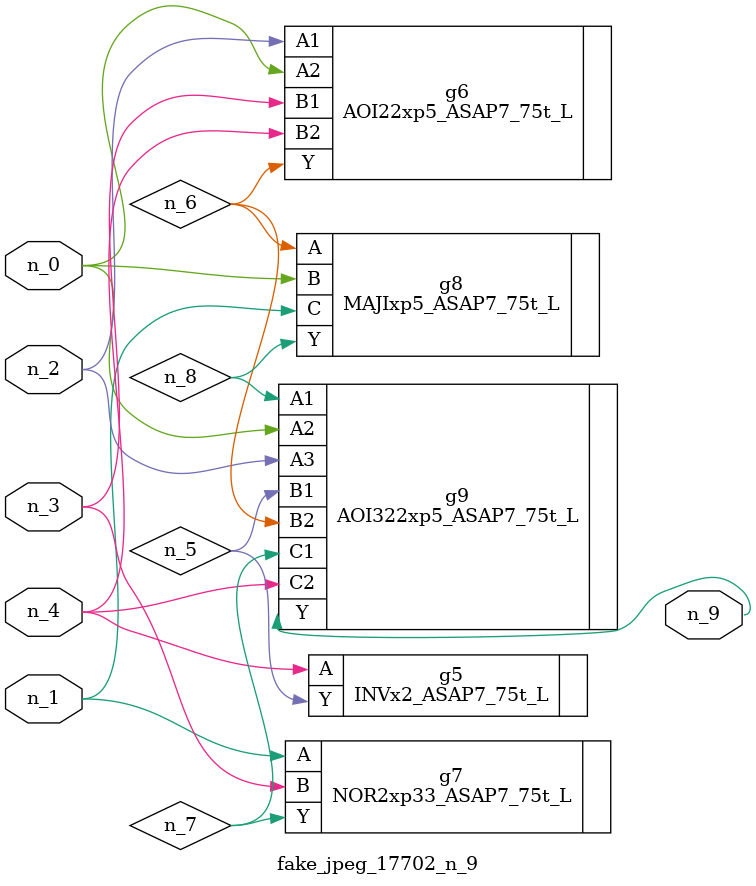
<source format=v>
module fake_jpeg_17702_n_9 (n_3, n_2, n_1, n_0, n_4, n_9);

input n_3;
input n_2;
input n_1;
input n_0;
input n_4;

output n_9;

wire n_8;
wire n_6;
wire n_5;
wire n_7;

INVx2_ASAP7_75t_L g5 ( 
.A(n_4),
.Y(n_5)
);

AOI22xp5_ASAP7_75t_L g6 ( 
.A1(n_2),
.A2(n_0),
.B1(n_3),
.B2(n_4),
.Y(n_6)
);

NOR2xp33_ASAP7_75t_L g7 ( 
.A(n_1),
.B(n_3),
.Y(n_7)
);

MAJIxp5_ASAP7_75t_L g8 ( 
.A(n_6),
.B(n_0),
.C(n_1),
.Y(n_8)
);

AOI322xp5_ASAP7_75t_L g9 ( 
.A1(n_8),
.A2(n_0),
.A3(n_2),
.B1(n_5),
.B2(n_6),
.C1(n_7),
.C2(n_4),
.Y(n_9)
);


endmodule
</source>
